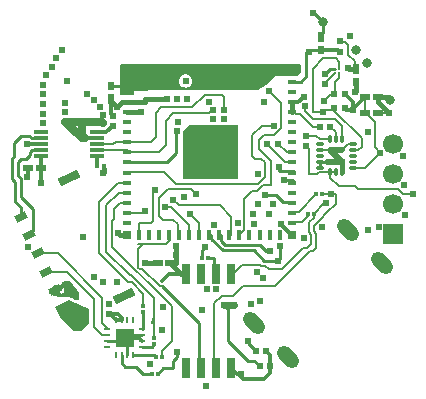
<source format=gtl>
G04 Layer: TopLayer*
G04 EasyEDA v6.5.22, 2023-02-04 18:08:32*
G04 803b958340a141a7ad8343e076188523,c17a8ced473b4d519dda31697e0e54b6,10*
G04 Gerber Generator version 0.2*
G04 Scale: 100 percent, Rotated: No, Reflected: No *
G04 Dimensions in inches *
G04 leading zeros omitted , absolute positions ,3 integer and 6 decimal *
%FSLAX36Y36*%
%MOIN*%

%AMMACRO1*21,1,$1,$2,0,0,$3*%
%AMMACRO2*4,1,4,-0.0079,0.0158,0.0079,0.0158,0.0079,-0.0158,-0.0079,-0.0158,-0.0079,0.0158,0*%
%AMMACRO3*1,1,$1,$2,$3*1,1,$1,$4,$5*20,1,$1,$2,$3,$4,$5,0*%
%ADD10C,0.0103*%
%ADD11C,0.0063*%
%ADD12C,0.0080*%
%ADD13C,0.0083*%
%ADD14C,0.0203*%
%ADD15C,0.0163*%
%ADD16C,0.0283*%
%ADD17C,0.0123*%
%ADD18C,0.0243*%
%ADD19C,0.0090*%
%ADD20C,0.0084*%
%ADD21C,0.0110*%
%ADD22C,0.0150*%
%ADD23C,0.0100*%
%ADD24C,0.0060*%
%ADD25C,0.0120*%
%ADD26C,0.0140*%
%ADD27C,0.0104*%
%ADD28C,0.0124*%
%ADD29C,0.0180*%
%ADD30C,0.0160*%
%ADD31C,0.0143*%
%ADD32C,0.0183*%
%ADD33C,0.0070*%
%ADD34R,0.0472X0.0472*%
%ADD35MACRO1,0.0213X0.0223X90.0000*%
%ADD36C,0.0079*%
%ADD37R,0.0315X0.0315*%
%ADD38MACRO2*%
%ADD39R,0.0315X0.0158*%
%ADD40O,0.031495999999999996X0.011024*%
%ADD41O,0.011024X0.031495999999999996*%
%ADD42MACRO1,0.0236X0.0394X115.0006*%
%ADD43MACRO1,0.0236X0.0394X114.9986*%
%ADD44MACRO1,0.0236X0.0394X114.9974*%
%ADD45MACRO1,0.0236X0.0394X115.0018*%
%ADD46MACRO1,0.0276X0.0709X114.9992*%
%ADD47MACRO1,0.0276X0.0709X115.0009*%
%ADD48R,0.0280X0.0685*%
%ADD49MACRO1,0.0213X0.0223X0.0000*%
%ADD50R,0.0213X0.0223*%
%ADD51MACRO1,0.0128X0.0119X0.0000*%
%ADD52R,0.0128X0.0119*%
%ADD53MACRO1,0.0128X0.0119X-90.0000*%
%ADD54MACRO1,0.0128X0.0119X90.0000*%
%ADD55MACRO1,0.0213X0.0311X-90.0000*%
%ADD56MACRO1,0.0128X0.0145X-90.0000*%
%ADD57MACRO1,0.0213X0.0311X90.0000*%
%ADD58R,0.0236X0.0098*%
%ADD59R,0.0098X0.0236*%
%ADD60R,0.0591X0.0591*%
%ADD61MACRO1,0.0213X0.0311X0.0000*%
%ADD62R,0.0213X0.0311*%
%ADD63R,0.0512X0.0118*%
%ADD64C,0.0315*%
%ADD65MACRO3,0.0472X-0.0139X0.0139X0.0139X-0.0139*%
%ADD66R,0.0669X0.0669*%
%ADD67C,0.0669*%
%ADD68C,0.0240*%
%ADD69C,0.0200*%

%LPD*%
G36*
X-246620Y329219D02*
G01*
X-248140Y329500D01*
X-249440Y330360D01*
X-250320Y331659D01*
X-250640Y333180D01*
X-251280Y395700D01*
X-250900Y397860D01*
X-250900Y429820D01*
X-250600Y431360D01*
X-249720Y432640D01*
X-248440Y433519D01*
X-246900Y433820D01*
X347000Y433820D01*
X348540Y433519D01*
X349820Y432640D01*
X350700Y431360D01*
X351000Y429820D01*
X351000Y406719D01*
X350700Y405180D01*
X349820Y403880D01*
X341960Y396019D01*
X340680Y395160D01*
X339180Y394840D01*
X264620Y393900D01*
X263860Y393579D01*
X246520Y370360D01*
X245500Y369400D01*
X209600Y345940D01*
X208560Y345460D01*
X207420Y345300D01*
X89780Y345140D01*
X87360Y345319D01*
X31440Y345319D01*
X28820Y345060D01*
X-113080Y344880D01*
X-205880Y344099D01*
X-206280Y343700D01*
X-206020Y333579D01*
X-206280Y332020D01*
X-207140Y330680D01*
X-208440Y329780D01*
X-209980Y329460D01*
G37*

%LPC*%
G36*
X-33200Y354799D02*
G01*
X-29340Y355140D01*
X-25620Y356140D01*
X-22100Y357800D01*
X-18940Y360000D01*
X-16200Y362720D01*
X-13980Y365900D01*
X-12360Y369400D01*
X-11359Y373140D01*
X-11020Y376980D01*
X-11359Y380840D01*
X-12360Y384580D01*
X-13980Y388080D01*
X-16200Y391260D01*
X-18940Y393980D01*
X-22100Y396200D01*
X-25620Y397840D01*
X-29340Y398840D01*
X-33200Y399180D01*
X-37060Y398840D01*
X-40780Y397840D01*
X-44300Y396200D01*
X-47460Y393980D01*
X-50199Y391260D01*
X-52420Y388080D01*
X-54040Y384580D01*
X-55039Y380840D01*
X-55380Y376980D01*
X-55039Y373140D01*
X-54040Y369400D01*
X-52420Y365900D01*
X-50199Y362720D01*
X-47460Y360000D01*
X-44300Y357800D01*
X-40780Y356140D01*
X-37060Y355140D01*
G37*

%LPD*%
G36*
X-39200Y50679D02*
G01*
X-40740Y51000D01*
X-42020Y51860D01*
X-42900Y53179D01*
X-43200Y54680D01*
X-43200Y196700D01*
X-42820Y198380D01*
X-41660Y200900D01*
X-40660Y204640D01*
X-40320Y208560D01*
X-40100Y210260D01*
X-39160Y211720D01*
X-21380Y229520D01*
X-20080Y230380D01*
X-18540Y230680D01*
X137300Y230680D01*
X138840Y230380D01*
X140120Y229520D01*
X141000Y228220D01*
X141300Y226680D01*
X141300Y54680D01*
X141000Y53179D01*
X140120Y51860D01*
X138840Y51000D01*
X137300Y50679D01*
G37*

%LPD*%
G36*
X-400140Y-352819D02*
G01*
X-401880Y-352400D01*
X-411800Y-347600D01*
X-414140Y-345780D01*
X-416719Y-345280D01*
X-417860Y-344880D01*
X-420140Y-344540D01*
X-422060Y-344580D01*
X-423960Y-344300D01*
X-441240Y-342320D01*
X-447939Y-342080D01*
X-449640Y-341620D01*
X-450160Y-341180D01*
X-450860Y-341640D01*
X-452460Y-341920D01*
X-471180Y-341240D01*
X-472600Y-340940D01*
X-473820Y-340120D01*
X-474660Y-338940D01*
X-477640Y-332560D01*
X-481320Y-334280D01*
X-482900Y-334660D01*
X-484500Y-334360D01*
X-485860Y-333459D01*
X-486740Y-332080D01*
X-489900Y-323840D01*
X-490160Y-322380D01*
X-489880Y-320920D01*
X-489060Y-319660D01*
X-487860Y-318780D01*
X-484720Y-317320D01*
X-484920Y-315920D01*
X-484620Y-314520D01*
X-483860Y-313320D01*
X-482720Y-312460D01*
X-467780Y-305000D01*
X-466260Y-304580D01*
X-464680Y-304800D01*
X-463320Y-305620D01*
X-462360Y-306900D01*
X-446400Y-299460D01*
X-446460Y-298000D01*
X-446000Y-296640D01*
X-445100Y-295520D01*
X-443860Y-294780D01*
X-431520Y-290340D01*
X-430580Y-290120D01*
X-429620Y-290140D01*
X-418459Y-291700D01*
X-417040Y-292160D01*
X-415900Y-293120D01*
X-410600Y-299660D01*
X-395760Y-321440D01*
X-389580Y-327640D01*
X-388700Y-328940D01*
X-388400Y-330460D01*
X-388400Y-348820D01*
X-388700Y-350340D01*
X-389580Y-351640D01*
X-390860Y-352500D01*
X-392400Y-352819D01*
G37*

%LPC*%
G36*
X-449520Y-334480D02*
G01*
X-443060Y-331440D01*
X-440920Y-330160D01*
X-439300Y-328560D01*
X-438060Y-326640D01*
X-437280Y-324500D01*
X-437000Y-322239D01*
X-437220Y-319980D01*
X-438020Y-317600D01*
X-439360Y-314720D01*
X-455260Y-322140D01*
G37*

%LPD*%
G36*
X47820Y223440D02*
G01*
X24200Y199820D01*
X24200Y176200D01*
X71440Y176200D01*
X71440Y223440D01*
G37*
G36*
X-420500Y-354700D02*
G01*
X-469500Y-376200D01*
X-460000Y-397700D01*
X-451000Y-410700D01*
X-431500Y-430200D01*
X-431000Y-430200D01*
X-408500Y-452700D01*
X-408500Y-453200D01*
X-405500Y-456200D01*
X-379000Y-456200D01*
X-354500Y-431700D01*
X-354500Y-383700D01*
X-386500Y-371200D01*
G37*
D10*
X432799Y401299D02*
G01*
X449470Y417969D01*
X464131Y417969D01*
D11*
X431300Y366399D02*
G01*
X431300Y369397D01*
X464131Y402230D01*
X479870Y417969D02*
G01*
X479870Y441329D01*
X468199Y452999D01*
X426300Y452999D01*
X146419Y-137270D02*
G01*
X162820Y-120869D01*
X162820Y-17570D01*
X189319Y8929D01*
X206319Y8929D01*
X225820Y28429D01*
X250820Y28429D01*
X250820Y108329D01*
X210119Y149029D01*
X210119Y178329D01*
X228620Y196829D01*
X262719Y196829D01*
X284220Y218329D01*
X284220Y304329D01*
X245720Y342829D01*
D12*
X-223279Y73428D02*
G01*
X-106580Y73428D01*
X-65082Y31829D01*
X207218Y31829D01*
X231022Y55628D01*
X231022Y104930D01*
X218218Y117828D01*
X198019Y117828D01*
X189420Y126429D01*
X189420Y195728D01*
X220591Y226899D01*
X261000Y226899D01*
D13*
X524220Y166659D02*
G01*
X507749Y166659D01*
X488019Y146929D01*
X414020Y146929D02*
G01*
X447020Y146929D01*
D14*
X486920Y107129D02*
G01*
X447020Y146929D01*
X488019Y146929D01*
X486920Y107129D02*
G01*
X438019Y107529D01*
D10*
X414020Y107629D02*
G01*
X438019Y107529D01*
X413980Y87919D02*
G01*
X413980Y107609D01*
D15*
X486899Y107099D02*
G01*
X488779Y105219D01*
X488779Y72179D01*
D16*
X-379951Y240199D02*
G01*
X-379951Y196230D01*
X-369200Y185479D01*
X-433400Y240199D02*
G01*
X-313100Y240199D01*
X-308400Y235499D01*
X-369200Y185479D02*
G01*
X-378680Y185479D01*
X-433400Y240199D01*
D17*
X-328879Y185479D02*
G01*
X-369200Y185479D01*
D10*
X-513879Y185529D02*
G01*
X-546980Y185529D01*
X-553180Y191729D01*
X-580479Y191729D01*
X-603379Y168829D01*
X-603379Y125129D01*
X-612680Y117329D01*
X-612680Y50929D01*
X-600479Y38729D01*
X-600479Y-26270D01*
X-583180Y-43670D01*
X-583180Y-77070D01*
X-513918Y146119D02*
G01*
X-543987Y146119D01*
X-550637Y139468D01*
X-550637Y130560D01*
X-563900Y117298D01*
X-580501Y117298D01*
X-592001Y105799D01*
X-592001Y60899D01*
X-582699Y51600D01*
X-582699Y-9100D01*
X-540501Y-51300D01*
X-540501Y-123389D01*
X-554862Y-137750D01*
D11*
X68000Y-580000D02*
G01*
X63122Y-575122D01*
X63122Y-364769D01*
X89220Y-338670D01*
X125119Y-338670D01*
X158419Y-305369D01*
X266520Y-305369D01*
X382520Y-189371D01*
X391422Y-189371D01*
X401920Y-178870D01*
X401920Y-132970D01*
X393922Y-124969D01*
X393922Y-106971D01*
X415318Y-85570D01*
D18*
X95500Y-370400D02*
G01*
X97399Y-368500D01*
X129300Y-368500D01*
D19*
X-126689Y-598700D02*
G01*
X-109660Y-581671D01*
X-73977Y-581671D01*
X-73977Y-555770D01*
X-63279Y-545069D01*
X-63279Y-527469D01*
X-246418Y-538260D02*
G01*
X-246418Y-563380D01*
X-233998Y-575799D01*
X-198500Y-575799D01*
X-175599Y-598700D01*
X-145709Y-598700D01*
D20*
X248620Y-191370D02*
G01*
X235718Y-191370D01*
X216022Y-171671D01*
X99517Y-171671D01*
X85760Y-157913D01*
X85760Y-135280D01*
D21*
X-132209Y-542699D02*
G01*
X-136649Y-538260D01*
X-207048Y-538260D01*
X-177449Y-508670D02*
G01*
X-144859Y-508670D01*
X-136899Y-500710D01*
X-177449Y-449610D02*
G01*
X-174099Y-446260D01*
X-174099Y-392610D01*
D22*
X532399Y340499D02*
G01*
X536400Y344499D01*
X536400Y374439D01*
X536400Y417359D02*
G01*
X512439Y417359D01*
X509200Y420599D01*
D23*
X21588Y-212701D02*
G01*
X21588Y-187112D01*
X31099Y-177600D01*
D12*
X327889Y-60480D02*
G01*
X343811Y-60480D01*
X403122Y-1170D01*
X327889Y-93940D02*
G01*
X354448Y-93940D01*
X374517Y-73870D01*
X374517Y-65770D01*
D24*
X565640Y268699D02*
G01*
X568599Y268699D01*
X596700Y240599D01*
X596700Y156799D01*
X615699Y137799D01*
X643999Y269099D02*
G01*
X608891Y269099D01*
X608522Y268729D01*
D12*
X393522Y-65770D02*
G01*
X393522Y-78570D01*
X378620Y-93369D01*
X378620Y-128170D01*
X385622Y-135770D01*
X385622Y-166671D01*
X372218Y-180069D01*
X358721Y-180069D01*
X287017Y-251771D01*
X243419Y-251771D01*
X231319Y-239671D01*
X219821Y-239671D01*
X216920Y-236771D01*
X154117Y-236771D01*
X125478Y-265410D01*
X118000Y-265410D01*
X-223289Y173769D02*
G01*
X-148641Y173769D01*
X-132380Y190030D01*
X-132380Y269429D01*
X-113382Y288428D01*
X-11477Y288428D01*
X31221Y331129D01*
X87520Y331129D01*
X94620Y324029D01*
X94620Y280628D01*
X57619Y280130D02*
G01*
X46022Y268529D01*
X-73879Y268529D01*
X-98382Y244029D01*
X-98382Y162828D01*
X-120901Y140309D01*
X-223289Y140309D01*
D24*
X415320Y-85570D02*
G01*
X439120Y-61670D01*
X439120Y-61670D01*
X468019Y-32770D01*
X468019Y-1570D01*
X452020Y-1570D01*
D12*
X393512Y-65799D02*
G01*
X428810Y-30500D01*
X436599Y-30500D01*
X451999Y-1600D02*
G01*
X451598Y-1199D01*
X422111Y-1199D01*
D25*
X-111102Y-289190D02*
G01*
X-87322Y-265410D01*
X-31999Y-265410D01*
D26*
X-514099Y38099D02*
G01*
X-514642Y38641D01*
X-514642Y87698D01*
X-560199Y56899D02*
G01*
X-557561Y59537D01*
X-557561Y87698D01*
D27*
X-281102Y360860D02*
G01*
X-243050Y360860D01*
X-223289Y341099D01*
X-224691Y339698D01*
X-224691Y337098D01*
D20*
X281999Y-174200D02*
G01*
X281999Y-215800D01*
X273800Y-224000D01*
D28*
X496639Y333799D02*
G01*
X525402Y305037D01*
X525402Y280899D01*
X565318Y322169D02*
G01*
X525399Y282250D01*
X525399Y280899D01*
D29*
X-167898Y-231400D02*
G01*
X-167098Y-230600D01*
X-126359Y-230600D01*
D12*
X427200Y309800D02*
G01*
X451201Y333800D01*
X462560Y333800D01*
D29*
X-32001Y-265411D02*
G01*
X-48629Y-265411D01*
X-83440Y-230600D01*
D20*
X327889Y39919D02*
G01*
X321208Y46600D01*
X293302Y46600D01*
X327889Y73379D02*
G01*
X324239Y77029D01*
X279318Y77029D01*
X279318Y91329D01*
D27*
X-62479Y208529D02*
G01*
X-66379Y204630D01*
X-66379Y137029D01*
X-96561Y106849D01*
X-223289Y106849D01*
D12*
X565320Y322129D02*
G01*
X565619Y268729D01*
X449740Y224499D02*
G01*
X469098Y205141D01*
X469098Y182408D01*
D20*
X273800Y-224000D02*
G01*
X229800Y-224000D01*
X193999Y-188199D01*
X91001Y-188199D01*
X52300Y-149497D01*
X52300Y-135280D01*
D12*
X615699Y137799D02*
G01*
X565820Y87919D01*
X524220Y87919D01*
X441607Y71590D02*
G01*
X442196Y72179D01*
X469099Y72179D01*
X449409Y72179D02*
G01*
X449409Y53988D01*
X477569Y25828D01*
X532520Y25828D01*
X541120Y17230D01*
X674020Y17230D01*
X691720Y-470D01*
X724420Y-470D01*
X369099Y159359D02*
G01*
X378721Y149737D01*
X378721Y65130D01*
X405718Y65130D01*
X412770Y72178D01*
X449411Y72178D01*
D27*
X418721Y524029D02*
G01*
X412818Y524029D01*
X423890Y535100D01*
X423890Y572549D01*
X393708Y602730D01*
X392120Y602730D01*
D12*
X-224691Y136309D02*
G01*
X-224691Y138907D01*
X-223289Y140308D01*
X-229089Y146109D01*
X-328879Y146109D01*
X-223289Y173770D02*
G01*
X-266327Y173770D01*
X-274308Y165789D01*
X-328879Y165789D01*
X481019Y508729D02*
G01*
X482719Y507029D01*
X499020Y507029D01*
X508919Y497129D01*
X508919Y464029D01*
X530519Y442429D01*
X530519Y417329D01*
X536419Y417329D01*
D19*
X201159Y-522900D02*
G01*
X176300Y-498040D01*
X176300Y-490401D01*
D12*
X-17899Y-65500D02*
G01*
X12417Y-95818D01*
X12417Y-135269D01*
X12541Y-137281D01*
D11*
X-136880Y-481670D02*
G01*
X-136880Y-410970D01*
X-143379Y-431270D01*
D30*
X-65501Y-175001D02*
G01*
X-65501Y-230600D01*
X-83440Y-230600D01*
D11*
X-229589Y-62480D02*
G01*
X-171480Y-62480D01*
X-167200Y-58200D01*
X-136880Y-410970D02*
G01*
X-136880Y-347470D01*
X-214279Y-269970D01*
X-219679Y-269970D01*
X-297680Y-191970D01*
X-297680Y-37270D01*
X-255979Y4429D01*
X-229579Y4429D01*
X-174080Y-373570D02*
G01*
X-174080Y-332470D01*
X-212380Y-294170D01*
X-225579Y-294170D01*
X-321480Y-198270D01*
X-321480Y-25570D01*
X-257979Y37929D01*
X-229579Y37929D01*
X-295559Y-449671D02*
G01*
X-295559Y-446639D01*
X-310702Y-431500D01*
X-310702Y-347501D01*
X-459791Y-198410D01*
X-526570Y-198410D01*
D10*
X-295559Y-489039D02*
G01*
X-246340Y-489039D01*
X-236499Y-479200D01*
X-236499Y-479200D02*
G01*
X-226599Y-469300D01*
X-177449Y-469300D01*
X-177449Y-488980D02*
G01*
X-187229Y-479200D01*
X-236499Y-479200D01*
X-226739Y-538260D02*
G01*
X-226739Y-488960D01*
X-236499Y-479200D01*
D31*
X-246379Y-420170D02*
G01*
X-266080Y-420170D01*
X-266109Y-420140D02*
G01*
X-285050Y-401200D01*
X-289499Y-401200D01*
X-289480Y-401170D02*
G01*
X-257179Y-401270D01*
X-246379Y-412070D01*
X-246379Y-420170D01*
D11*
X-295579Y-469371D02*
G01*
X-312879Y-469371D01*
X-337678Y-444471D01*
X-337678Y-350470D01*
X-429079Y-259070D01*
X-498289Y-259070D01*
D31*
X-328879Y205169D02*
G01*
X-296790Y205169D01*
X-276099Y225859D01*
X-276099Y259939D02*
G01*
X-281099Y264939D01*
X-281099Y317939D01*
D26*
X-514639Y87699D02*
G01*
X-514639Y112742D01*
X-513918Y113463D01*
X-513918Y126419D01*
D31*
X-327399Y93599D02*
G01*
X-328879Y95079D01*
X-328879Y126429D01*
D22*
X608239Y322169D02*
G01*
X608239Y304860D01*
X643999Y269099D01*
X648391Y311719D02*
G01*
X637980Y322129D01*
X608280Y322129D01*
D24*
X275320Y167229D02*
G01*
X303620Y138929D01*
X326520Y138929D01*
X326520Y136329D01*
D23*
X40612Y-212701D02*
G01*
X61099Y-212701D01*
X61099Y-258510D01*
X68000Y-265410D01*
D12*
X369099Y193439D02*
G01*
X402808Y193439D01*
X413838Y182408D01*
X449411Y182408D01*
X327892Y274168D02*
G01*
X334629Y267430D01*
X348819Y267430D01*
X391751Y224499D01*
X415659Y224499D01*
D28*
X496739Y285999D02*
G01*
X501840Y280899D01*
X525402Y280899D01*
D24*
X236920Y167429D02*
G01*
X298819Y105429D01*
X326520Y105429D01*
X326520Y102829D01*
D11*
X-20931Y-137281D02*
G01*
X-20931Y-104271D01*
X-80302Y-44900D01*
X-100199Y-44900D01*
D32*
X-229579Y272129D02*
G01*
X-182079Y272029D01*
X-229589Y305629D02*
G01*
X-245469Y305629D01*
X-261899Y289199D01*
X-261899Y289199D02*
G01*
X-281099Y308399D01*
X-281099Y317939D01*
X-308999Y70000D02*
G01*
X-305799Y73199D01*
X-305799Y82539D01*
X321589Y272169D02*
G01*
X321589Y305629D01*
D31*
X118000Y-580000D02*
G01*
X138173Y-600174D01*
X151373Y-600174D01*
X235240Y-522900D02*
G01*
X248440Y-536100D01*
X248440Y-574300D01*
X248440Y-574300D02*
G01*
X248440Y-597560D01*
X228400Y-617600D01*
X227399Y-616600D01*
X157399Y-616600D01*
X151374Y-610575D01*
X151374Y-600175D01*
D17*
X283999Y-100199D02*
G01*
X292619Y-108819D01*
X293131Y-108819D01*
X321588Y-137281D01*
D15*
X-257899Y-131400D02*
G01*
X-252020Y-137280D01*
X-229589Y-137280D01*
D11*
X0Y0D02*
G01*
X-15100Y15099D01*
X-92899Y15099D01*
X-121800Y-13800D01*
X-121800Y-73100D01*
X-108900Y-86000D01*
X-73400Y-86000D01*
X-60000Y-99400D01*
X-60000Y-131670D01*
X-54390Y-137280D01*
D12*
X-187280Y-137270D02*
G01*
X-187280Y-96370D01*
X-147680Y-96370D01*
X-141779Y-90470D01*
X-141779Y14229D01*
X-134380Y14229D01*
D11*
X-113180Y-542670D02*
G01*
X-113180Y-523570D01*
X-79880Y-490270D01*
X-79880Y-374870D01*
X-279380Y-175470D01*
X-279380Y-90570D01*
X-271580Y-82770D01*
X-271580Y-48570D01*
X-251980Y-28970D01*
X-229579Y-28970D01*
D27*
X377600Y473699D02*
G01*
X384970Y481070D01*
X418721Y481070D01*
D26*
X-561980Y165729D02*
G01*
X-542380Y165829D01*
D21*
X95519Y-370370D02*
G01*
X109420Y-384270D01*
X109420Y-489770D01*
X176120Y-556370D01*
X196419Y-556370D01*
X214319Y-574270D01*
D28*
X481000Y474659D02*
G01*
X474588Y481070D01*
X418721Y481070D01*
D24*
X-74679Y-18870D02*
G01*
X-55280Y-38270D01*
X80320Y-38270D01*
X119220Y-77170D01*
X119220Y-135270D01*
D31*
X321620Y305629D02*
G01*
X342619Y305629D01*
X361520Y324529D01*
D20*
X377619Y473729D02*
G01*
X368919Y473729D01*
X368919Y391929D01*
X351520Y374529D01*
X327920Y374529D01*
D33*
X424200Y274399D02*
G01*
X391198Y274399D01*
X391198Y417908D01*
X426319Y453028D01*
D32*
X-229579Y305629D02*
G01*
X-168479Y305629D01*
X-168479Y317629D01*
X-94380Y317629D01*
D12*
X524220Y146929D02*
G01*
X542219Y146929D01*
X553320Y158029D01*
X553320Y185429D01*
X462619Y276029D01*
X462619Y286029D01*
X365219Y292429D02*
G01*
X365219Y277229D01*
X392120Y250329D01*
X466620Y250329D01*
X488819Y228029D01*
X488819Y182429D01*
X424200Y274399D02*
G01*
X428329Y278529D01*
X462619Y278529D01*
X462619Y286029D01*
D11*
X462560Y333799D02*
G01*
X465802Y337041D01*
X465802Y372098D01*
X479870Y386170D01*
X479870Y402230D01*
D25*
X321617Y-137269D02*
G01*
X284548Y-100199D01*
X283999Y-100199D01*
D23*
X231220Y-2470D02*
G01*
X268320Y-2470D01*
X292820Y-26970D01*
X327920Y-26970D01*
D24*
X-192181Y-165369D02*
G01*
X-97479Y-165369D01*
X-85379Y-153270D01*
X-85379Y-139099D01*
X-81559Y-135280D01*
D10*
X-111080Y-308170D02*
G01*
X10020Y-429270D01*
X10020Y-579970D01*
X18019Y-579970D01*
D24*
X-173879Y-165370D02*
G01*
X-186080Y-177470D01*
X-192280Y-182970D01*
X-190280Y-246570D01*
X-186279Y-250570D01*
X-176779Y-250570D01*
X-119179Y-308170D01*
X-111080Y-308170D01*
D34*
G01*
X47820Y139130D03*
G01*
X47820Y204089D03*
G01*
X112780Y204089D03*
G01*
X112780Y139130D03*
G01*
X112780Y74169D03*
G01*
X47820Y74169D03*
G01*
X-17139Y74169D03*
G01*
X-17139Y139130D03*
D35*
G01*
X496740Y285999D03*
G01*
X462659Y285999D03*
G01*
X496640Y333799D03*
G01*
X462559Y333799D03*
D36*
G01*
X464130Y417969D03*
G01*
X479870Y417969D03*
G01*
X464130Y402229D03*
G01*
X479870Y402229D03*
D37*
G01*
X-229589Y413899D03*
D38*
G01*
X-188254Y413899D03*
G01*
X-154784Y413899D03*
G01*
X-121325Y413899D03*
G01*
X-87854Y413899D03*
G01*
X-54394Y413899D03*
G01*
X-20929Y413899D03*
G01*
X12535Y413899D03*
G01*
X79465Y413899D03*
G01*
X45999Y413899D03*
G01*
X112930Y413899D03*
G01*
X146394Y413899D03*
G01*
X179855Y413899D03*
G01*
X213324Y413899D03*
G01*
X246784Y413899D03*
G01*
X280255Y413899D03*
D37*
G01*
X321589Y413899D03*
D39*
G01*
X321589Y372559D03*
G01*
X321589Y339099D03*
G01*
X321589Y305629D03*
G01*
X321589Y272169D03*
G01*
X321589Y238699D03*
G01*
X321589Y205239D03*
G01*
X321589Y171769D03*
G01*
X321589Y138309D03*
G01*
X321589Y104849D03*
G01*
X321589Y71379D03*
G01*
X321589Y37919D03*
G01*
X321589Y4449D03*
G01*
X321589Y-29010D03*
G01*
X321589Y-62480D03*
G01*
X321589Y-95940D03*
D37*
G01*
X321589Y-137280D03*
D38*
G01*
X280255Y-137280D03*
G01*
X246784Y-137280D03*
G01*
X213324Y-137280D03*
G01*
X179855Y-137280D03*
G01*
X146394Y-137280D03*
G01*
X112930Y-137280D03*
G01*
X79465Y-137280D03*
G01*
X45999Y-137280D03*
G01*
X12535Y-137280D03*
G01*
X-20929Y-137280D03*
G01*
X-54394Y-137280D03*
G01*
X-87854Y-137280D03*
G01*
X-121325Y-137280D03*
G01*
X-154784Y-137280D03*
G01*
X-188254Y-137280D03*
D37*
G01*
X-229589Y-137280D03*
D39*
G01*
X-229589Y-95940D03*
G01*
X-229589Y-62480D03*
G01*
X-229589Y-29010D03*
G01*
X-229589Y4449D03*
G01*
X-229589Y37919D03*
G01*
X-229589Y71379D03*
G01*
X-229589Y104849D03*
G01*
X-229589Y138309D03*
G01*
X-229589Y171769D03*
G01*
X-229589Y205239D03*
G01*
X-229589Y238699D03*
G01*
X-229589Y272169D03*
G01*
X-229589Y305629D03*
G01*
X-229589Y372559D03*
G01*
X-229589Y339099D03*
D40*
G01*
X524220Y87919D03*
G01*
X524220Y107609D03*
G01*
X524220Y127289D03*
G01*
X524220Y146979D03*
G01*
X524220Y166659D03*
D41*
G01*
X488779Y182409D03*
G01*
X469099Y182409D03*
G01*
X449409Y182409D03*
D40*
G01*
X413980Y166659D03*
G01*
X413980Y146979D03*
G01*
X413980Y127289D03*
G01*
X413980Y107609D03*
G01*
X413980Y87919D03*
D41*
G01*
X449409Y72179D03*
G01*
X469099Y72179D03*
G01*
X488779Y72179D03*
D42*
G01*
X-554859Y-137748D03*
D43*
G01*
X-526574Y-198407D03*
D44*
G01*
X-441717Y-380383D03*
D45*
G01*
X-470003Y-319724D03*
G01*
X-498288Y-259065D03*
D46*
G01*
X-237220Y-341496D03*
D47*
G01*
X-421908Y54566D03*
D44*
G01*
X-583146Y-77089D03*
D48*
G01*
X-31999Y-580000D03*
G01*
X18000Y-580000D03*
G01*
X68000Y-580000D03*
G01*
X118000Y-580000D03*
G01*
X118000Y-265410D03*
G01*
X68000Y-265410D03*
G01*
X18000Y-265410D03*
G01*
X-31999Y-265410D03*
D35*
G01*
X248440Y-574300D03*
G01*
X214359Y-574300D03*
G01*
X235240Y-522900D03*
G01*
X201159Y-522900D03*
D49*
G01*
X481019Y474689D03*
D50*
G01*
X481019Y508769D03*
D51*
G01*
X-174100Y-373590D03*
D52*
G01*
X-174099Y-392610D03*
D51*
G01*
X-136900Y-481690D03*
D52*
G01*
X-136899Y-500710D03*
D53*
G01*
X21589Y-212700D03*
G01*
X40609Y-212700D03*
D54*
G01*
X-113189Y-542700D03*
G01*
X-132210Y-542700D03*
G01*
X-126689Y-598700D03*
G01*
X-145709Y-598700D03*
G01*
X393530Y-65770D03*
G01*
X374510Y-65770D03*
G01*
X422129Y-1170D03*
G01*
X403109Y-1170D03*
D55*
G01*
X565641Y268699D03*
G01*
X608559Y268699D03*
D35*
G01*
X449740Y224499D03*
G01*
X415659Y224499D03*
D49*
G01*
X369099Y193440D03*
D50*
G01*
X369099Y159359D03*
D55*
G01*
X565361Y322129D03*
G01*
X608279Y322129D03*
D49*
G01*
X-276099Y259940D03*
D50*
G01*
X-276099Y225859D03*
D56*
G01*
X-327395Y93599D03*
G01*
X-305803Y93599D03*
D57*
G01*
X-514641Y87699D03*
G01*
X-557559Y87699D03*
D58*
G01*
X-177449Y-508670D03*
G01*
X-177449Y-488980D03*
G01*
X-177449Y-469300D03*
G01*
X-177449Y-449610D03*
D59*
G01*
X-207049Y-420140D03*
G01*
X-226739Y-420140D03*
G01*
X-246419Y-420150D03*
G01*
X-266109Y-420140D03*
D58*
G01*
X-295559Y-449670D03*
G01*
X-295559Y-469360D03*
G01*
X-295559Y-489039D03*
G01*
X-295559Y-508670D03*
D59*
G01*
X-266109Y-538260D03*
G01*
X-246419Y-538260D03*
G01*
X-226739Y-538260D03*
G01*
X-207049Y-538260D03*
D60*
G01*
X-236499Y-479200D03*
D61*
G01*
X-281099Y317940D03*
D62*
G01*
X-281099Y360859D03*
D61*
G01*
X418720Y523988D03*
D62*
G01*
X418720Y481069D03*
D57*
G01*
X-83441Y-230600D03*
G01*
X-126359Y-230600D03*
D61*
G01*
X536400Y417358D03*
D62*
G01*
X536400Y374439D03*
D63*
G01*
X-328879Y126429D03*
G01*
X-328879Y146109D03*
G01*
X-328879Y165789D03*
G01*
X-328879Y185479D03*
G01*
X-328879Y205169D03*
G01*
X-513919Y205159D03*
G01*
X-513919Y185479D03*
G01*
X-513919Y165799D03*
G01*
X-513919Y146109D03*
G01*
X-513919Y126419D03*
D64*
G01*
X648389Y311719D03*
G01*
X571199Y435249D03*
G01*
X535479Y478919D03*
G01*
X423890Y572549D03*
D65*
G01*
X508719Y-118620D03*
G01*
X620070Y-229980D03*
G01*
X195819Y-431520D03*
G01*
X307170Y-542880D03*
D66*
G01*
X659220Y-132270D03*
D67*
G01*
X659220Y-32270D03*
G01*
X659220Y67729D03*
G01*
X659220Y167729D03*
D68*
G01*
X-147500Y369800D03*
G01*
X226409Y-281230D03*
G01*
X205879Y-259360D03*
G01*
X360900Y-147500D03*
G01*
X129300Y-368500D03*
G01*
X95500Y-370400D03*
G01*
X610699Y-109400D03*
G01*
X698519Y-69370D03*
G01*
X694920Y29629D03*
G01*
X690519Y127829D03*
G01*
X293299Y46599D03*
G01*
X279300Y91299D03*
G01*
X-182100Y271999D03*
G01*
X-63299Y-527500D03*
G01*
X-167200Y-58200D03*
G01*
X377600Y473699D03*
G01*
X-62500Y208499D03*
G01*
X-176400Y369699D03*
G01*
X-118199Y369499D03*
G01*
X-88199Y369499D03*
G01*
X214099Y-355400D03*
G01*
X273800Y-224000D03*
G01*
X248599Y-191400D03*
G01*
X281999Y-174200D03*
G01*
X43699Y158399D03*
G01*
X392100Y602699D03*
G01*
X643999Y269099D03*
G01*
X525399Y280899D03*
G01*
X-433400Y240199D03*
G01*
X-433400Y272199D03*
G01*
X-433400Y304199D03*
G01*
X-508199Y235699D03*
G01*
X-508199Y267699D03*
G01*
X-508199Y299699D03*
G01*
X-508199Y331699D03*
G01*
X-508199Y363699D03*
G01*
X-499700Y396999D03*
G01*
X-477399Y422099D03*
G01*
X-427500Y377699D03*
G01*
X-466400Y452300D03*
G01*
X-444399Y480999D03*
G01*
X-361099Y332399D03*
G01*
X-339099Y311899D03*
G01*
X-318400Y290499D03*
G01*
X-307899Y263499D03*
G01*
X-308400Y235499D03*
G01*
X185619Y-366990D03*
G01*
X-514099Y38099D03*
G01*
X-560199Y56899D03*
G01*
X-167899Y-231400D03*
G01*
X-418999Y-310000D03*
G01*
X-401099Y-337400D03*
G01*
X-339399Y-275400D03*
G01*
X-307500Y-292400D03*
G01*
X-65500Y-175000D03*
G01*
X451999Y-1600D03*
G01*
X436599Y-30500D03*
G01*
X-17899Y-65500D03*
G01*
X575500Y205899D03*
G01*
X57600Y280099D03*
G01*
X94600Y280599D03*
G01*
X95100Y249099D03*
G01*
X57799Y249699D03*
G01*
X427200Y309800D03*
G01*
X424200Y274399D03*
G01*
X-134399Y14199D03*
G01*
X-56999Y239699D03*
G01*
X208000Y66799D03*
G01*
X261000Y226899D03*
G01*
X236899Y167399D03*
G01*
X275299Y167199D03*
G01*
X31099Y-177600D03*
G01*
X231199Y-2500D03*
G01*
X206899Y-32400D03*
G01*
X-94399Y317599D03*
G01*
X-62200Y317599D03*
G01*
X-29799Y317699D03*
G01*
X422120Y-111470D03*
G01*
X45200Y307699D03*
G01*
X229300Y305599D03*
G01*
X245699Y342799D03*
G01*
X575399Y-120800D03*
G01*
X-257899Y-131400D03*
G01*
X-33199Y376999D03*
G01*
X0Y0D03*
G01*
X-374499Y-145100D03*
G01*
X-74700Y-18900D03*
G01*
X486899Y107099D03*
G01*
X615699Y137799D03*
G01*
X431300Y366399D03*
G01*
X365200Y292399D03*
G01*
X724399Y-500D03*
G01*
X513599Y525000D03*
G01*
X-558100Y-175600D03*
G01*
X509200Y420599D03*
G01*
X532399Y340499D03*
G01*
X176300Y-490400D03*
G01*
X-426000Y-412600D03*
G01*
X-398500Y-388100D03*
G01*
X-396499Y-438600D03*
G01*
X-370000Y-417600D03*
G01*
X-111800Y-452500D03*
G01*
X-109099Y-378000D03*
G01*
X-289200Y-366000D03*
G01*
X-65900Y-204500D03*
G01*
X61000Y-102500D03*
G01*
X141199Y-96300D03*
G01*
X-236499Y-479200D03*
G01*
X-289499Y-401200D03*
G01*
X-100199Y-44900D03*
G01*
X-261899Y289199D03*
G01*
X-308999Y70000D03*
G01*
X361499Y324499D03*
G01*
X151379Y-600180D03*
G01*
X283999Y-100199D03*
G01*
X-561999Y165699D03*
G01*
X-152500Y-568000D03*
G01*
X-37699Y-9500D03*
G01*
X36400Y-639800D03*
G01*
X20500Y-385300D03*
G01*
X36899Y-318000D03*
G01*
X69899Y-318000D03*
G01*
X432799Y401299D03*
G01*
X-262500Y-292500D03*
G01*
X246099Y-67699D03*
G01*
X257100Y-34700D03*
G01*
X194600Y-99300D03*
G01*
X192700Y-65500D03*
M02*

</source>
